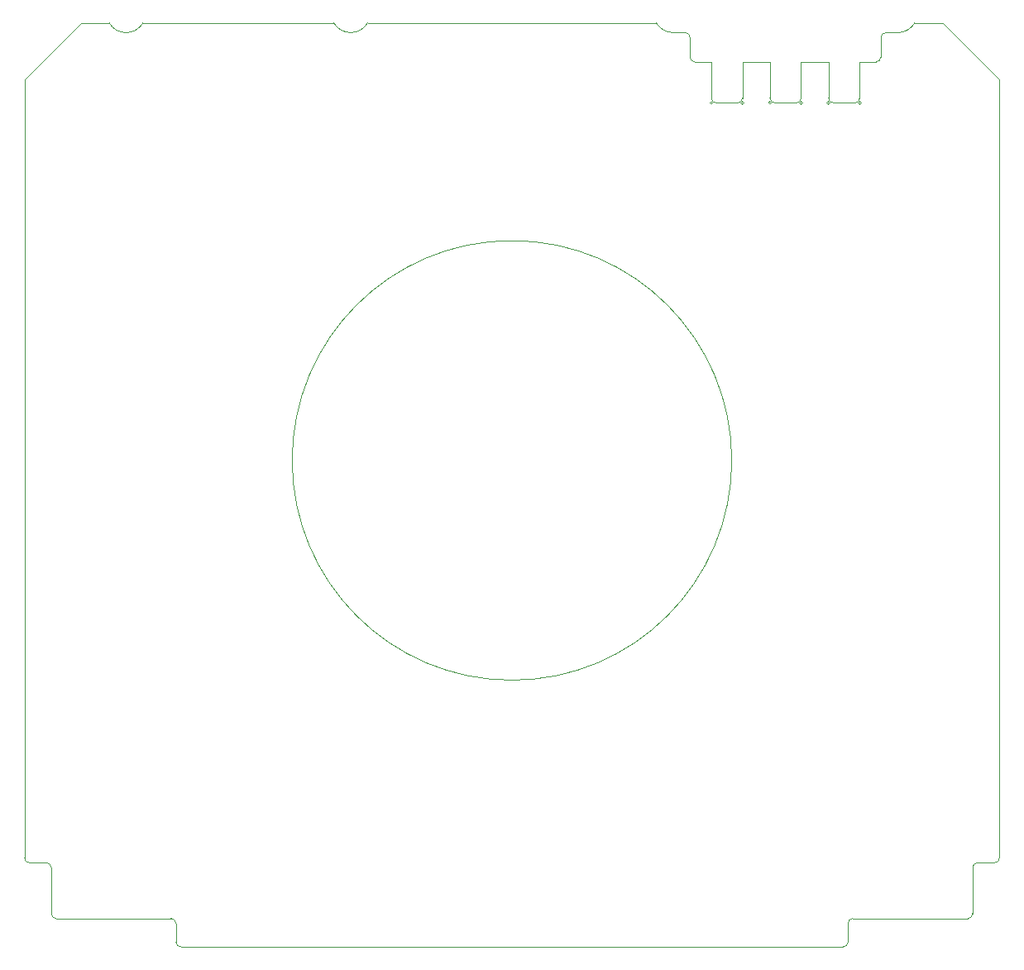
<source format=gbr>
%TF.GenerationSoftware,KiCad,Pcbnew,6.0.11+dfsg-1*%
%TF.CreationDate,2023-02-20T23:54:33-08:00*%
%TF.ProjectId,minusz-end-card-oresat0,6d696e75-737a-42d6-956e-642d63617264,rev?*%
%TF.SameCoordinates,Original*%
%TF.FileFunction,Profile,NP*%
%FSLAX46Y46*%
G04 Gerber Fmt 4.6, Leading zero omitted, Abs format (unit mm)*
G04 Created by KiCad (PCBNEW 6.0.11+dfsg-1) date 2023-02-20 23:54:33*
%MOMM*%
%LPD*%
G01*
G04 APERTURE LIST*
%TA.AperFunction,Profile*%
%ADD10C,0.020000*%
%TD*%
G04 APERTURE END LIST*
D10*
X168922902Y-61705193D02*
X167244953Y-61705193D01*
X101362902Y-148905193D02*
X101362902Y-144205193D01*
X114112902Y-151805193D02*
X114112902Y-149905193D01*
X186780851Y-58705251D02*
G75*
G03*
X186280851Y-59205193I-51J-499949D01*
G01*
X195662902Y-148905193D02*
X195662902Y-144205193D01*
X180922907Y-65405193D02*
G75*
G03*
X181422902Y-65905193I499993J-7D01*
G01*
X166744907Y-61205193D02*
G75*
G03*
X167244953Y-61705193I500093J93D01*
G01*
X166244953Y-58705193D02*
X165012902Y-58705193D01*
X172102902Y-61705193D02*
X172102902Y-65405193D01*
X183412902Y-149405202D02*
G75*
G03*
X182912902Y-149905193I-2J-499998D01*
G01*
X181422902Y-65905193D02*
X183602902Y-65905193D01*
X178102902Y-61705193D02*
X180922902Y-61705193D01*
X98612902Y-63503469D02*
X104411178Y-57705193D01*
X168922907Y-65405193D02*
G75*
G03*
X169422902Y-65905193I499993J-7D01*
G01*
X186280851Y-61205193D02*
X186280851Y-59205193D01*
X195162902Y-149405202D02*
G75*
G03*
X195662902Y-148905193I-2J500002D01*
G01*
X183602902Y-65905202D02*
G75*
G03*
X184102902Y-65405193I-2J500002D01*
G01*
X198412902Y-63503469D02*
X192614626Y-57705193D01*
X113612902Y-149405193D02*
X101862902Y-149405193D01*
X107280851Y-57705193D02*
X104411178Y-57705193D01*
X184102902Y-61705193D02*
X185780851Y-61705193D01*
X180922902Y-61705193D02*
X180922902Y-65405193D01*
X98612907Y-143205193D02*
G75*
G03*
X99112902Y-143705193I499993J-7D01*
G01*
X178102902Y-65405193D02*
X178102902Y-61705193D01*
X174922902Y-61705193D02*
X172102902Y-61705193D01*
X174922902Y-65405193D02*
X174922902Y-61705193D01*
X171012902Y-102505193D02*
G75*
G03*
X171012902Y-102505193I-22500000J0D01*
G01*
X114112907Y-151805193D02*
G75*
G03*
X114612902Y-152305193I499993J-7D01*
G01*
X181082902Y-65905193D02*
G75*
G03*
X181082902Y-65905193I-160000J0D01*
G01*
X163280853Y-57705192D02*
G75*
G03*
X165012902Y-58705193I1732047J999992D01*
G01*
X185780851Y-61705151D02*
G75*
G03*
X186280851Y-61205193I49J499951D01*
G01*
X178262902Y-65905193D02*
G75*
G03*
X178262902Y-65905193I-160000J0D01*
G01*
X197912902Y-143705202D02*
G75*
G03*
X198412902Y-143205193I-2J500002D01*
G01*
X177602902Y-65905202D02*
G75*
G03*
X178102902Y-65405193I-2J500002D01*
G01*
X184262902Y-65905193D02*
G75*
G03*
X184262902Y-65905193I-160000J0D01*
G01*
X114112907Y-149905193D02*
G75*
G03*
X113612902Y-149405193I-500007J-7D01*
G01*
X186780851Y-58705193D02*
X188012902Y-58705193D01*
X184102902Y-65405193D02*
X184102902Y-61705193D01*
X182412902Y-152305202D02*
G75*
G03*
X182912902Y-151805193I-2J500002D01*
G01*
X163280851Y-57705193D02*
X133744953Y-57705193D01*
X130280851Y-57705193D02*
G75*
G03*
X133744953Y-57705193I1732051J1000000D01*
G01*
X100862902Y-143705193D02*
X99112902Y-143705193D01*
X101362907Y-144205193D02*
G75*
G03*
X100862902Y-143705193I-500007J-7D01*
G01*
X171602902Y-65905193D02*
X169422902Y-65905193D01*
X168922902Y-65405193D02*
X168922902Y-61705193D01*
X101362907Y-148905193D02*
G75*
G03*
X101862902Y-149405193I499993J-7D01*
G01*
X166745007Y-59205193D02*
G75*
G03*
X166244953Y-58705193I-500107J-107D01*
G01*
X172262902Y-65905193D02*
G75*
G03*
X172262902Y-65905193I-160000J0D01*
G01*
X166744953Y-61205193D02*
X166744953Y-59205193D01*
X177602902Y-65905193D02*
X175422902Y-65905193D01*
X196162902Y-143705202D02*
G75*
G03*
X195662902Y-144205193I-2J-499998D01*
G01*
X171602902Y-65905202D02*
G75*
G03*
X172102902Y-65405193I-2J500002D01*
G01*
X192614626Y-57705193D02*
X189744953Y-57705193D01*
X130280851Y-57705193D02*
X110744953Y-57705193D01*
X196162902Y-143705193D02*
X197912902Y-143705193D01*
X169082902Y-65905193D02*
G75*
G03*
X169082902Y-65905193I-160000J0D01*
G01*
X98612902Y-143205193D02*
X98612902Y-63503469D01*
X107280851Y-57705193D02*
G75*
G03*
X110744953Y-57705193I1732051J1000000D01*
G01*
X198412902Y-143205193D02*
X198412902Y-63503469D01*
X182412902Y-152305193D02*
X114612902Y-152305193D01*
X188012902Y-58705198D02*
G75*
G03*
X189744953Y-57705193I-2J1999998D01*
G01*
X182912902Y-151805193D02*
X182912902Y-149905193D01*
X175082902Y-65905193D02*
G75*
G03*
X175082902Y-65905193I-160000J0D01*
G01*
X183412902Y-149405193D02*
X195162902Y-149405193D01*
X174922907Y-65405193D02*
G75*
G03*
X175422902Y-65905193I499993J-7D01*
G01*
M02*

</source>
